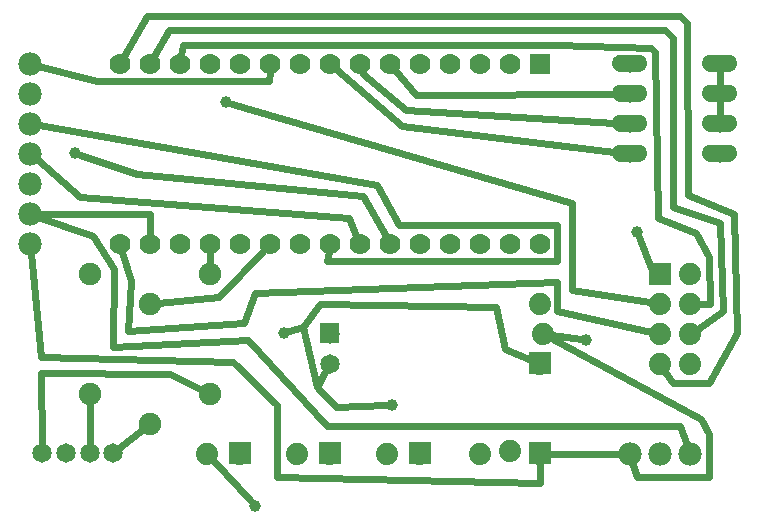
<source format=gbl>
G04 MADE WITH FRITZING*
G04 WWW.FRITZING.ORG*
G04 DOUBLE SIDED*
G04 HOLES PLATED*
G04 CONTOUR ON CENTER OF CONTOUR VECTOR*
%ASAXBY*%
%FSLAX23Y23*%
%MOIN*%
%OFA0B0*%
%SFA1.0B1.0*%
%ADD10C,0.075000*%
%ADD11C,0.039370*%
%ADD12C,0.074000*%
%ADD13C,0.065000*%
%ADD14C,0.058189*%
%ADD15C,0.078000*%
%ADD16C,0.070000*%
%ADD17R,0.074000X0.074000*%
%ADD18R,0.070000X0.069972*%
%ADD19C,0.024000*%
%ADD20R,0.001000X0.001000*%
%LNCOPPER0*%
G90*
G70*
G54D10*
X740Y824D03*
X740Y424D03*
X540Y724D03*
X540Y324D03*
X340Y824D03*
X340Y424D03*
G54D11*
X291Y1227D03*
X1995Y603D03*
X795Y1395D03*
X2163Y963D03*
X987Y627D03*
X1347Y387D03*
X891Y51D03*
G54D12*
X2340Y824D03*
X2340Y724D03*
X2340Y624D03*
X2340Y524D03*
X2240Y824D03*
X2240Y724D03*
X2240Y624D03*
X2240Y524D03*
G54D13*
X182Y228D03*
X261Y228D03*
X340Y228D03*
X419Y228D03*
G54D14*
X2140Y1524D03*
X2140Y1424D03*
X2140Y1324D03*
X2140Y1224D03*
X2440Y1224D03*
X2440Y1324D03*
X2440Y1424D03*
X2440Y1524D03*
G54D12*
X1140Y224D03*
X1030Y224D03*
X840Y224D03*
X730Y224D03*
X1440Y224D03*
X1330Y224D03*
G54D15*
X2340Y224D03*
X2240Y224D03*
X2140Y224D03*
G54D12*
X1840Y224D03*
X1740Y234D03*
X1640Y224D03*
G54D13*
X1140Y524D03*
X1140Y624D03*
G54D12*
X1840Y524D03*
X1850Y624D03*
X1840Y724D03*
G54D15*
X140Y1524D03*
X140Y1424D03*
X140Y1324D03*
X140Y1224D03*
X140Y1124D03*
X140Y1024D03*
X140Y924D03*
G54D16*
X1840Y1524D03*
X1740Y1524D03*
X1640Y1524D03*
X1540Y1524D03*
X1440Y1524D03*
X1340Y1524D03*
X1240Y1524D03*
X1140Y1524D03*
X1040Y1524D03*
X940Y1524D03*
X840Y1524D03*
X740Y1524D03*
X640Y1524D03*
X540Y1524D03*
X440Y1524D03*
X1840Y924D03*
X1740Y924D03*
X1640Y924D03*
X1540Y924D03*
X1440Y924D03*
X1340Y924D03*
X1240Y924D03*
X1140Y924D03*
X1040Y924D03*
X940Y924D03*
X840Y924D03*
X740Y924D03*
X640Y924D03*
X540Y924D03*
X440Y924D03*
G54D17*
X2240Y824D03*
G54D18*
X1840Y1524D03*
G54D19*
X437Y242D02*
X518Y307D01*
D02*
X740Y895D02*
X740Y853D01*
D02*
X340Y251D02*
X340Y396D01*
D02*
X1359Y1502D02*
X1427Y1419D01*
D02*
X1427Y1419D02*
X2087Y1424D01*
D02*
X569Y727D02*
X771Y747D01*
D02*
X771Y747D02*
X920Y903D01*
D02*
X940Y1495D02*
X939Y1467D01*
D02*
X939Y1467D02*
X363Y1467D01*
D02*
X363Y1467D02*
X169Y1517D01*
D02*
X182Y251D02*
X179Y493D01*
D02*
X179Y493D02*
X608Y489D01*
D02*
X608Y489D02*
X714Y437D01*
D02*
X1249Y1497D02*
X1251Y1491D01*
D02*
X1251Y1491D02*
X1395Y1371D01*
D02*
X1395Y1371D02*
X2087Y1328D01*
D02*
X1162Y1505D02*
X1380Y1318D01*
D02*
X1380Y1318D02*
X2087Y1231D01*
D02*
X1229Y951D02*
X1203Y1011D01*
D02*
X1203Y1011D02*
X309Y1079D01*
D02*
X309Y1079D02*
X163Y1205D01*
D02*
X1326Y950D02*
X1251Y1083D01*
D02*
X1251Y1083D02*
X497Y1157D01*
D02*
X497Y1157D02*
X309Y1221D01*
D02*
X449Y897D02*
X478Y801D01*
D02*
X478Y801D02*
X466Y633D01*
D02*
X466Y633D02*
X853Y661D01*
D02*
X853Y661D02*
X891Y759D01*
D02*
X891Y759D02*
X1899Y795D01*
D02*
X1899Y795D02*
X1899Y699D01*
D02*
X1899Y699D02*
X2210Y631D01*
D02*
X2330Y253D02*
X2307Y315D01*
D02*
X2307Y315D02*
X1131Y315D01*
D02*
X1131Y315D02*
X867Y603D01*
D02*
X867Y603D02*
X417Y581D01*
D02*
X417Y581D02*
X421Y840D01*
D02*
X421Y840D02*
X351Y950D01*
D02*
X351Y950D02*
X169Y1014D01*
D02*
X170Y1319D02*
X1299Y1119D01*
D02*
X1299Y1119D02*
X1371Y987D01*
D02*
X1371Y987D02*
X1899Y987D01*
D02*
X1899Y987D02*
X1899Y867D01*
D02*
X1899Y867D02*
X1131Y867D01*
D02*
X1131Y867D02*
X1136Y896D01*
D02*
X2110Y224D02*
X1871Y224D01*
D02*
X1877Y610D02*
X2379Y339D01*
D02*
X2379Y339D02*
X2403Y291D01*
D02*
X2403Y291D02*
X2403Y147D01*
D02*
X2403Y147D02*
X2163Y147D01*
D02*
X2163Y147D02*
X2149Y195D01*
D02*
X1976Y606D02*
X1881Y620D01*
D02*
X143Y894D02*
X176Y545D01*
D02*
X176Y545D02*
X819Y531D01*
D02*
X819Y531D02*
X963Y387D01*
D02*
X963Y387D02*
X963Y147D01*
D02*
X963Y147D02*
X1840Y125D01*
D02*
X1840Y125D02*
X1840Y193D01*
D02*
X2209Y729D02*
X1947Y771D01*
D02*
X1947Y771D02*
X1947Y1059D01*
D02*
X1947Y1059D02*
X813Y1389D01*
D02*
X2371Y724D02*
X2407Y723D01*
D02*
X2403Y881D02*
X2360Y960D01*
D02*
X2407Y723D02*
X2403Y881D01*
D02*
X2360Y960D02*
X2234Y1010D01*
D02*
X2234Y1010D02*
X2223Y1563D01*
D02*
X2223Y1563D02*
X2211Y1575D01*
D02*
X2211Y1575D02*
X1899Y1587D01*
D02*
X1899Y1587D02*
X651Y1587D01*
D02*
X651Y1587D02*
X645Y1553D01*
D02*
X2366Y641D02*
X2452Y699D01*
D02*
X2452Y699D02*
X2442Y992D01*
D02*
X2442Y992D02*
X2284Y1045D01*
D02*
X2284Y1045D02*
X2283Y1611D01*
D02*
X2283Y1611D02*
X2259Y1635D01*
D02*
X2259Y1635D02*
X603Y1635D01*
D02*
X603Y1635D02*
X555Y1550D01*
D02*
X2257Y498D02*
X2283Y459D01*
D02*
X2283Y459D02*
X2403Y459D01*
D02*
X2403Y459D02*
X2499Y627D01*
D02*
X2499Y627D02*
X2487Y1022D01*
D02*
X2487Y1022D02*
X2335Y1086D01*
D02*
X2335Y1086D02*
X2331Y1659D01*
D02*
X2331Y1659D02*
X2307Y1683D01*
D02*
X2307Y1683D02*
X531Y1683D01*
D02*
X531Y1683D02*
X455Y1550D01*
D02*
X2440Y1401D02*
X2440Y1348D01*
D02*
X2440Y1501D02*
X2440Y1448D01*
D02*
X2214Y841D02*
X2211Y843D01*
D02*
X2211Y843D02*
X2170Y945D01*
D02*
X1812Y537D02*
X1725Y573D01*
D02*
X1694Y712D02*
X1107Y722D01*
D02*
X1725Y573D02*
X1694Y712D01*
D02*
X1107Y722D02*
X1050Y648D01*
D02*
X1050Y648D02*
X1005Y633D01*
D02*
X1162Y380D02*
X1097Y445D01*
D02*
X1328Y386D02*
X1162Y380D01*
D02*
X1097Y445D02*
X1050Y648D01*
D02*
X1128Y502D02*
X1097Y445D01*
D02*
X751Y202D02*
X878Y65D01*
D02*
X170Y1024D02*
X540Y1024D01*
D02*
X540Y1024D02*
X540Y953D01*
G54D20*
X2107Y1554D02*
X2172Y1554D01*
X2407Y1554D02*
X2471Y1554D01*
X2102Y1553D02*
X2176Y1553D01*
X2402Y1553D02*
X2476Y1553D01*
X2099Y1552D02*
X2179Y1552D01*
X2399Y1552D02*
X2479Y1552D01*
X2097Y1551D02*
X2181Y1551D01*
X2397Y1551D02*
X2481Y1551D01*
X2095Y1550D02*
X2183Y1550D01*
X2395Y1550D02*
X2483Y1550D01*
X2094Y1549D02*
X2184Y1549D01*
X2394Y1549D02*
X2484Y1549D01*
X2093Y1548D02*
X2186Y1548D01*
X2392Y1548D02*
X2486Y1548D01*
X2091Y1547D02*
X2187Y1547D01*
X2391Y1547D02*
X2487Y1547D01*
X2090Y1546D02*
X2188Y1546D01*
X2390Y1546D02*
X2488Y1546D01*
X2089Y1545D02*
X2189Y1545D01*
X2389Y1545D02*
X2489Y1545D01*
X2088Y1544D02*
X2136Y1544D01*
X2142Y1544D02*
X2190Y1544D01*
X2388Y1544D02*
X2436Y1544D01*
X2442Y1544D02*
X2490Y1544D01*
X2088Y1543D02*
X2132Y1543D01*
X2146Y1543D02*
X2191Y1543D01*
X2387Y1543D02*
X2432Y1543D01*
X2446Y1543D02*
X2491Y1543D01*
X2087Y1542D02*
X2130Y1542D01*
X2148Y1542D02*
X2191Y1542D01*
X2387Y1542D02*
X2430Y1542D01*
X2448Y1542D02*
X2491Y1542D01*
X2086Y1541D02*
X2128Y1541D01*
X2150Y1541D02*
X2192Y1541D01*
X2386Y1541D02*
X2428Y1541D01*
X2450Y1541D02*
X2492Y1541D01*
X2086Y1540D02*
X2127Y1540D01*
X2152Y1540D02*
X2193Y1540D01*
X2385Y1540D02*
X2427Y1540D01*
X2451Y1540D02*
X2493Y1540D01*
X2085Y1539D02*
X2125Y1539D01*
X2153Y1539D02*
X2193Y1539D01*
X2385Y1539D02*
X2425Y1539D01*
X2453Y1539D02*
X2493Y1539D01*
X2084Y1538D02*
X2125Y1538D01*
X2154Y1538D02*
X2194Y1538D01*
X2384Y1538D02*
X2424Y1538D01*
X2454Y1538D02*
X2494Y1538D01*
X2084Y1537D02*
X2124Y1537D01*
X2155Y1537D02*
X2194Y1537D01*
X2384Y1537D02*
X2424Y1537D01*
X2454Y1537D02*
X2494Y1537D01*
X2084Y1536D02*
X2123Y1536D01*
X2155Y1536D02*
X2195Y1536D01*
X2383Y1536D02*
X2423Y1536D01*
X2455Y1536D02*
X2495Y1536D01*
X2083Y1535D02*
X2122Y1535D01*
X2156Y1535D02*
X2195Y1535D01*
X2383Y1535D02*
X2422Y1535D01*
X2456Y1535D02*
X2495Y1535D01*
X2083Y1534D02*
X2122Y1534D01*
X2156Y1534D02*
X2195Y1534D01*
X2383Y1534D02*
X2422Y1534D01*
X2456Y1534D02*
X2495Y1534D01*
X2083Y1533D02*
X2121Y1533D01*
X2157Y1533D02*
X2196Y1533D01*
X2382Y1533D02*
X2421Y1533D01*
X2457Y1533D02*
X2496Y1533D01*
X2082Y1532D02*
X2121Y1532D01*
X2157Y1532D02*
X2196Y1532D01*
X2382Y1532D02*
X2421Y1532D01*
X2457Y1532D02*
X2496Y1532D01*
X2082Y1531D02*
X2121Y1531D01*
X2158Y1531D02*
X2196Y1531D01*
X2382Y1531D02*
X2420Y1531D01*
X2458Y1531D02*
X2496Y1531D01*
X2082Y1530D02*
X2120Y1530D01*
X2158Y1530D02*
X2196Y1530D01*
X2382Y1530D02*
X2420Y1530D01*
X2458Y1530D02*
X2496Y1530D01*
X2082Y1529D02*
X2120Y1529D01*
X2158Y1529D02*
X2197Y1529D01*
X2382Y1529D02*
X2420Y1529D01*
X2458Y1529D02*
X2496Y1529D01*
X2082Y1528D02*
X2120Y1528D01*
X2158Y1528D02*
X2197Y1528D01*
X2382Y1528D02*
X2420Y1528D01*
X2458Y1528D02*
X2497Y1528D01*
X2082Y1527D02*
X2120Y1527D01*
X2159Y1527D02*
X2197Y1527D01*
X2381Y1527D02*
X2420Y1527D01*
X2458Y1527D02*
X2497Y1527D01*
X2081Y1526D02*
X2120Y1526D01*
X2159Y1526D02*
X2197Y1526D01*
X2381Y1526D02*
X2420Y1526D01*
X2459Y1526D02*
X2497Y1526D01*
X2081Y1525D02*
X2120Y1525D01*
X2159Y1525D02*
X2197Y1525D01*
X2381Y1525D02*
X2419Y1525D01*
X2459Y1525D02*
X2497Y1525D01*
X2081Y1524D02*
X2120Y1524D01*
X2159Y1524D02*
X2197Y1524D01*
X2381Y1524D02*
X2420Y1524D01*
X2459Y1524D02*
X2497Y1524D01*
X2082Y1523D02*
X2120Y1523D01*
X2158Y1523D02*
X2197Y1523D01*
X2381Y1523D02*
X2420Y1523D01*
X2458Y1523D02*
X2497Y1523D01*
X2082Y1522D02*
X2120Y1522D01*
X2158Y1522D02*
X2197Y1522D01*
X2382Y1522D02*
X2420Y1522D01*
X2458Y1522D02*
X2497Y1522D01*
X2082Y1521D02*
X2120Y1521D01*
X2158Y1521D02*
X2196Y1521D01*
X2382Y1521D02*
X2420Y1521D01*
X2458Y1521D02*
X2496Y1521D01*
X2082Y1520D02*
X2120Y1520D01*
X2158Y1520D02*
X2196Y1520D01*
X2382Y1520D02*
X2420Y1520D01*
X2458Y1520D02*
X2496Y1520D01*
X2082Y1519D02*
X2121Y1519D01*
X2158Y1519D02*
X2196Y1519D01*
X2382Y1519D02*
X2421Y1519D01*
X2458Y1519D02*
X2496Y1519D01*
X2082Y1518D02*
X2121Y1518D01*
X2157Y1518D02*
X2196Y1518D01*
X2382Y1518D02*
X2421Y1518D01*
X2457Y1518D02*
X2496Y1518D01*
X2083Y1517D02*
X2121Y1517D01*
X2157Y1517D02*
X2196Y1517D01*
X2383Y1517D02*
X2421Y1517D01*
X2457Y1517D02*
X2496Y1517D01*
X2083Y1516D02*
X2122Y1516D01*
X2156Y1516D02*
X2195Y1516D01*
X2383Y1516D02*
X2422Y1516D01*
X2456Y1516D02*
X2495Y1516D01*
X2083Y1515D02*
X2123Y1515D01*
X2156Y1515D02*
X2195Y1515D01*
X2383Y1515D02*
X2422Y1515D01*
X2456Y1515D02*
X2495Y1515D01*
X2084Y1514D02*
X2123Y1514D01*
X2155Y1514D02*
X2195Y1514D01*
X2384Y1514D02*
X2423Y1514D01*
X2455Y1514D02*
X2494Y1514D01*
X2084Y1513D02*
X2124Y1513D01*
X2154Y1513D02*
X2194Y1513D01*
X2384Y1513D02*
X2424Y1513D01*
X2454Y1513D02*
X2494Y1513D01*
X2085Y1512D02*
X2125Y1512D01*
X2153Y1512D02*
X2194Y1512D01*
X2385Y1512D02*
X2425Y1512D01*
X2453Y1512D02*
X2494Y1512D01*
X2085Y1511D02*
X2126Y1511D01*
X2152Y1511D02*
X2193Y1511D01*
X2385Y1511D02*
X2426Y1511D01*
X2452Y1511D02*
X2493Y1511D01*
X2086Y1510D02*
X2127Y1510D01*
X2151Y1510D02*
X2192Y1510D01*
X2386Y1510D02*
X2427Y1510D01*
X2451Y1510D02*
X2492Y1510D01*
X2086Y1509D02*
X2129Y1509D01*
X2150Y1509D02*
X2192Y1509D01*
X2386Y1509D02*
X2429Y1509D01*
X2450Y1509D02*
X2492Y1509D01*
X2087Y1508D02*
X2130Y1508D01*
X2148Y1508D02*
X2191Y1508D01*
X2387Y1508D02*
X2430Y1508D01*
X2448Y1508D02*
X2491Y1508D01*
X2088Y1507D02*
X2133Y1507D01*
X2145Y1507D02*
X2190Y1507D01*
X2388Y1507D02*
X2433Y1507D01*
X2445Y1507D02*
X2490Y1507D01*
X2089Y1506D02*
X2190Y1506D01*
X2389Y1506D02*
X2489Y1506D01*
X2090Y1505D02*
X2189Y1505D01*
X2390Y1505D02*
X2489Y1505D01*
X2091Y1504D02*
X2188Y1504D01*
X2391Y1504D02*
X2487Y1504D01*
X2092Y1503D02*
X2186Y1503D01*
X2392Y1503D02*
X2486Y1503D01*
X2093Y1502D02*
X2185Y1502D01*
X2393Y1502D02*
X2485Y1502D01*
X2094Y1501D02*
X2184Y1501D01*
X2394Y1501D02*
X2484Y1501D01*
X2096Y1500D02*
X2182Y1500D01*
X2396Y1500D02*
X2482Y1500D01*
X2098Y1499D02*
X2180Y1499D01*
X2398Y1499D02*
X2480Y1499D01*
X2100Y1498D02*
X2178Y1498D01*
X2400Y1498D02*
X2478Y1498D01*
X2104Y1497D02*
X2175Y1497D01*
X2403Y1497D02*
X2475Y1497D01*
X2106Y1454D02*
X2172Y1454D01*
X2406Y1454D02*
X2472Y1454D01*
X2102Y1453D02*
X2176Y1453D01*
X2402Y1453D02*
X2476Y1453D01*
X2099Y1452D02*
X2179Y1452D01*
X2399Y1452D02*
X2479Y1452D01*
X2097Y1451D02*
X2181Y1451D01*
X2397Y1451D02*
X2481Y1451D01*
X2095Y1450D02*
X2183Y1450D01*
X2395Y1450D02*
X2483Y1450D01*
X2094Y1449D02*
X2184Y1449D01*
X2394Y1449D02*
X2484Y1449D01*
X2092Y1448D02*
X2186Y1448D01*
X2392Y1448D02*
X2486Y1448D01*
X2091Y1447D02*
X2187Y1447D01*
X2391Y1447D02*
X2487Y1447D01*
X2090Y1446D02*
X2188Y1446D01*
X2390Y1446D02*
X2488Y1446D01*
X2089Y1445D02*
X2189Y1445D01*
X2389Y1445D02*
X2489Y1445D01*
X2088Y1444D02*
X2135Y1444D01*
X2143Y1444D02*
X2190Y1444D01*
X2388Y1444D02*
X2435Y1444D01*
X2443Y1444D02*
X2490Y1444D01*
X2088Y1443D02*
X2132Y1443D01*
X2146Y1443D02*
X2191Y1443D01*
X2387Y1443D02*
X2432Y1443D01*
X2446Y1443D02*
X2491Y1443D01*
X2087Y1442D02*
X2130Y1442D01*
X2149Y1442D02*
X2191Y1442D01*
X2387Y1442D02*
X2430Y1442D01*
X2448Y1442D02*
X2491Y1442D01*
X2086Y1441D02*
X2128Y1441D01*
X2150Y1441D02*
X2192Y1441D01*
X2386Y1441D02*
X2428Y1441D01*
X2450Y1441D02*
X2492Y1441D01*
X2085Y1440D02*
X2127Y1440D01*
X2152Y1440D02*
X2193Y1440D01*
X2385Y1440D02*
X2427Y1440D01*
X2452Y1440D02*
X2493Y1440D01*
X2085Y1439D02*
X2125Y1439D01*
X2153Y1439D02*
X2193Y1439D01*
X2385Y1439D02*
X2425Y1439D01*
X2453Y1439D02*
X2493Y1439D01*
X2084Y1438D02*
X2125Y1438D01*
X2154Y1438D02*
X2194Y1438D01*
X2384Y1438D02*
X2424Y1438D01*
X2454Y1438D02*
X2494Y1438D01*
X2084Y1437D02*
X2124Y1437D01*
X2155Y1437D02*
X2194Y1437D01*
X2384Y1437D02*
X2424Y1437D01*
X2454Y1437D02*
X2494Y1437D01*
X2084Y1436D02*
X2123Y1436D01*
X2155Y1436D02*
X2195Y1436D01*
X2383Y1436D02*
X2423Y1436D01*
X2455Y1436D02*
X2495Y1436D01*
X2083Y1435D02*
X2122Y1435D01*
X2156Y1435D02*
X2195Y1435D01*
X2383Y1435D02*
X2422Y1435D01*
X2456Y1435D02*
X2495Y1435D01*
X2083Y1434D02*
X2122Y1434D01*
X2156Y1434D02*
X2195Y1434D01*
X2383Y1434D02*
X2422Y1434D01*
X2456Y1434D02*
X2495Y1434D01*
X2083Y1433D02*
X2121Y1433D01*
X2157Y1433D02*
X2196Y1433D01*
X2382Y1433D02*
X2421Y1433D01*
X2457Y1433D02*
X2496Y1433D01*
X2082Y1432D02*
X2121Y1432D01*
X2157Y1432D02*
X2196Y1432D01*
X2382Y1432D02*
X2421Y1432D01*
X2457Y1432D02*
X2496Y1432D01*
X2082Y1431D02*
X2121Y1431D01*
X2158Y1431D02*
X2196Y1431D01*
X2382Y1431D02*
X2420Y1431D01*
X2458Y1431D02*
X2496Y1431D01*
X2082Y1430D02*
X2120Y1430D01*
X2158Y1430D02*
X2196Y1430D01*
X2382Y1430D02*
X2420Y1430D01*
X2458Y1430D02*
X2496Y1430D01*
X2082Y1429D02*
X2120Y1429D01*
X2158Y1429D02*
X2197Y1429D01*
X2382Y1429D02*
X2420Y1429D01*
X2458Y1429D02*
X2496Y1429D01*
X2082Y1428D02*
X2120Y1428D01*
X2158Y1428D02*
X2197Y1428D01*
X2382Y1428D02*
X2420Y1428D01*
X2458Y1428D02*
X2497Y1428D01*
X2082Y1427D02*
X2120Y1427D01*
X2159Y1427D02*
X2197Y1427D01*
X2381Y1427D02*
X2420Y1427D01*
X2458Y1427D02*
X2497Y1427D01*
X2081Y1426D02*
X2120Y1426D01*
X2159Y1426D02*
X2197Y1426D01*
X2381Y1426D02*
X2420Y1426D01*
X2459Y1426D02*
X2497Y1426D01*
X2081Y1425D02*
X2120Y1425D01*
X2159Y1425D02*
X2197Y1425D01*
X2381Y1425D02*
X2419Y1425D01*
X2459Y1425D02*
X2497Y1425D01*
X2081Y1424D02*
X2120Y1424D01*
X2159Y1424D02*
X2197Y1424D01*
X2381Y1424D02*
X2420Y1424D01*
X2459Y1424D02*
X2497Y1424D01*
X2082Y1423D02*
X2120Y1423D01*
X2158Y1423D02*
X2197Y1423D01*
X2381Y1423D02*
X2420Y1423D01*
X2458Y1423D02*
X2497Y1423D01*
X2082Y1422D02*
X2120Y1422D01*
X2158Y1422D02*
X2197Y1422D01*
X2382Y1422D02*
X2420Y1422D01*
X2458Y1422D02*
X2497Y1422D01*
X2082Y1421D02*
X2120Y1421D01*
X2158Y1421D02*
X2196Y1421D01*
X2382Y1421D02*
X2420Y1421D01*
X2458Y1421D02*
X2496Y1421D01*
X2082Y1420D02*
X2120Y1420D01*
X2158Y1420D02*
X2196Y1420D01*
X2382Y1420D02*
X2420Y1420D01*
X2458Y1420D02*
X2496Y1420D01*
X2082Y1419D02*
X2121Y1419D01*
X2158Y1419D02*
X2196Y1419D01*
X2382Y1419D02*
X2421Y1419D01*
X2458Y1419D02*
X2496Y1419D01*
X2082Y1418D02*
X2121Y1418D01*
X2157Y1418D02*
X2196Y1418D01*
X2382Y1418D02*
X2421Y1418D01*
X2457Y1418D02*
X2496Y1418D01*
X2083Y1417D02*
X2121Y1417D01*
X2157Y1417D02*
X2196Y1417D01*
X2383Y1417D02*
X2421Y1417D01*
X2457Y1417D02*
X2496Y1417D01*
X2083Y1416D02*
X2122Y1416D01*
X2156Y1416D02*
X2195Y1416D01*
X2383Y1416D02*
X2422Y1416D01*
X2456Y1416D02*
X2495Y1416D01*
X2083Y1415D02*
X2123Y1415D01*
X2156Y1415D02*
X2195Y1415D01*
X2383Y1415D02*
X2422Y1415D01*
X2456Y1415D02*
X2495Y1415D01*
X2084Y1414D02*
X2123Y1414D01*
X2155Y1414D02*
X2195Y1414D01*
X2384Y1414D02*
X2423Y1414D01*
X2455Y1414D02*
X2494Y1414D01*
X2084Y1413D02*
X2124Y1413D01*
X2154Y1413D02*
X2194Y1413D01*
X2384Y1413D02*
X2424Y1413D01*
X2454Y1413D02*
X2494Y1413D01*
X2085Y1412D02*
X2125Y1412D01*
X2153Y1412D02*
X2194Y1412D01*
X2385Y1412D02*
X2425Y1412D01*
X2453Y1412D02*
X2494Y1412D01*
X2085Y1411D02*
X2126Y1411D01*
X2152Y1411D02*
X2193Y1411D01*
X2385Y1411D02*
X2426Y1411D01*
X2452Y1411D02*
X2493Y1411D01*
X2086Y1410D02*
X2127Y1410D01*
X2151Y1410D02*
X2192Y1410D01*
X2386Y1410D02*
X2427Y1410D01*
X2451Y1410D02*
X2492Y1410D01*
X2086Y1409D02*
X2129Y1409D01*
X2150Y1409D02*
X2192Y1409D01*
X2386Y1409D02*
X2429Y1409D01*
X2449Y1409D02*
X2492Y1409D01*
X2087Y1408D02*
X2131Y1408D01*
X2148Y1408D02*
X2191Y1408D01*
X2387Y1408D02*
X2430Y1408D01*
X2448Y1408D02*
X2491Y1408D01*
X2088Y1407D02*
X2133Y1407D01*
X2145Y1407D02*
X2190Y1407D01*
X2388Y1407D02*
X2433Y1407D01*
X2445Y1407D02*
X2490Y1407D01*
X2089Y1406D02*
X2189Y1406D01*
X2389Y1406D02*
X2489Y1406D01*
X2090Y1405D02*
X2189Y1405D01*
X2390Y1405D02*
X2489Y1405D01*
X2091Y1404D02*
X2188Y1404D01*
X2391Y1404D02*
X2487Y1404D01*
X2092Y1403D02*
X2186Y1403D01*
X2392Y1403D02*
X2486Y1403D01*
X2093Y1402D02*
X2185Y1402D01*
X2393Y1402D02*
X2485Y1402D01*
X2094Y1401D02*
X2184Y1401D01*
X2394Y1401D02*
X2484Y1401D01*
X2096Y1400D02*
X2182Y1400D01*
X2396Y1400D02*
X2482Y1400D01*
X2098Y1399D02*
X2180Y1399D01*
X2398Y1399D02*
X2480Y1399D01*
X2100Y1398D02*
X2178Y1398D01*
X2400Y1398D02*
X2478Y1398D01*
X2104Y1397D02*
X2175Y1397D01*
X2404Y1397D02*
X2474Y1397D01*
X2106Y1354D02*
X2172Y1354D01*
X2406Y1354D02*
X2472Y1354D01*
X2102Y1353D02*
X2177Y1353D01*
X2402Y1353D02*
X2476Y1353D01*
X2099Y1352D02*
X2179Y1352D01*
X2399Y1352D02*
X2479Y1352D01*
X2097Y1351D02*
X2181Y1351D01*
X2397Y1351D02*
X2481Y1351D01*
X2095Y1350D02*
X2183Y1350D01*
X2395Y1350D02*
X2483Y1350D01*
X2094Y1349D02*
X2184Y1349D01*
X2394Y1349D02*
X2484Y1349D01*
X2092Y1348D02*
X2186Y1348D01*
X2392Y1348D02*
X2486Y1348D01*
X2091Y1347D02*
X2187Y1347D01*
X2391Y1347D02*
X2487Y1347D01*
X2090Y1346D02*
X2188Y1346D01*
X2390Y1346D02*
X2488Y1346D01*
X2089Y1345D02*
X2189Y1345D01*
X2389Y1345D02*
X2489Y1345D01*
X2088Y1344D02*
X2135Y1344D01*
X2143Y1344D02*
X2190Y1344D01*
X2388Y1344D02*
X2435Y1344D01*
X2443Y1344D02*
X2490Y1344D01*
X2087Y1343D02*
X2132Y1343D01*
X2147Y1343D02*
X2191Y1343D01*
X2387Y1343D02*
X2432Y1343D01*
X2447Y1343D02*
X2491Y1343D01*
X2087Y1342D02*
X2130Y1342D01*
X2149Y1342D02*
X2191Y1342D01*
X2387Y1342D02*
X2430Y1342D01*
X2449Y1342D02*
X2491Y1342D01*
X2086Y1341D02*
X2128Y1341D01*
X2150Y1341D02*
X2192Y1341D01*
X2386Y1341D02*
X2428Y1341D01*
X2450Y1341D02*
X2492Y1341D01*
X2085Y1340D02*
X2127Y1340D01*
X2152Y1340D02*
X2193Y1340D01*
X2385Y1340D02*
X2427Y1340D01*
X2452Y1340D02*
X2493Y1340D01*
X2085Y1339D02*
X2125Y1339D01*
X2153Y1339D02*
X2193Y1339D01*
X2385Y1339D02*
X2425Y1339D01*
X2453Y1339D02*
X2493Y1339D01*
X2084Y1338D02*
X2124Y1338D01*
X2154Y1338D02*
X2194Y1338D01*
X2384Y1338D02*
X2424Y1338D01*
X2454Y1338D02*
X2494Y1338D01*
X2084Y1337D02*
X2124Y1337D01*
X2155Y1337D02*
X2194Y1337D01*
X2384Y1337D02*
X2424Y1337D01*
X2455Y1337D02*
X2494Y1337D01*
X2084Y1336D02*
X2123Y1336D01*
X2155Y1336D02*
X2195Y1336D01*
X2383Y1336D02*
X2423Y1336D01*
X2455Y1336D02*
X2495Y1336D01*
X2083Y1335D02*
X2122Y1335D01*
X2156Y1335D02*
X2195Y1335D01*
X2383Y1335D02*
X2422Y1335D01*
X2456Y1335D02*
X2495Y1335D01*
X2083Y1334D02*
X2122Y1334D01*
X2157Y1334D02*
X2195Y1334D01*
X2383Y1334D02*
X2422Y1334D01*
X2456Y1334D02*
X2495Y1334D01*
X2083Y1333D02*
X2121Y1333D01*
X2157Y1333D02*
X2196Y1333D01*
X2382Y1333D02*
X2421Y1333D01*
X2457Y1333D02*
X2496Y1333D01*
X2082Y1332D02*
X2121Y1332D01*
X2157Y1332D02*
X2196Y1332D01*
X2382Y1332D02*
X2421Y1332D01*
X2457Y1332D02*
X2496Y1332D01*
X2082Y1331D02*
X2121Y1331D01*
X2158Y1331D02*
X2196Y1331D01*
X2382Y1331D02*
X2420Y1331D01*
X2458Y1331D02*
X2496Y1331D01*
X2082Y1330D02*
X2120Y1330D01*
X2158Y1330D02*
X2196Y1330D01*
X2382Y1330D02*
X2420Y1330D01*
X2458Y1330D02*
X2496Y1330D01*
X2082Y1329D02*
X2120Y1329D01*
X2158Y1329D02*
X2197Y1329D01*
X2382Y1329D02*
X2420Y1329D01*
X2458Y1329D02*
X2496Y1329D01*
X2082Y1328D02*
X2120Y1328D01*
X2158Y1328D02*
X2197Y1328D01*
X2382Y1328D02*
X2420Y1328D01*
X2458Y1328D02*
X2497Y1328D01*
X2082Y1327D02*
X2120Y1327D01*
X2159Y1327D02*
X2197Y1327D01*
X2381Y1327D02*
X2420Y1327D01*
X2458Y1327D02*
X2497Y1327D01*
X2081Y1326D02*
X2120Y1326D01*
X2159Y1326D02*
X2197Y1326D01*
X2381Y1326D02*
X2420Y1326D01*
X2459Y1326D02*
X2497Y1326D01*
X2081Y1325D02*
X2120Y1325D01*
X2159Y1325D02*
X2197Y1325D01*
X2381Y1325D02*
X2419Y1325D01*
X2459Y1325D02*
X2497Y1325D01*
X2082Y1324D02*
X2120Y1324D01*
X2159Y1324D02*
X2197Y1324D01*
X2381Y1324D02*
X2420Y1324D01*
X2459Y1324D02*
X2497Y1324D01*
X2082Y1323D02*
X2120Y1323D01*
X2158Y1323D02*
X2197Y1323D01*
X2381Y1323D02*
X2420Y1323D01*
X2458Y1323D02*
X2497Y1323D01*
X2082Y1322D02*
X2120Y1322D01*
X2158Y1322D02*
X2197Y1322D01*
X2382Y1322D02*
X2420Y1322D01*
X2458Y1322D02*
X2497Y1322D01*
X2082Y1321D02*
X2120Y1321D01*
X2158Y1321D02*
X2196Y1321D01*
X2382Y1321D02*
X2420Y1321D01*
X2458Y1321D02*
X2496Y1321D01*
X2082Y1320D02*
X2120Y1320D01*
X2158Y1320D02*
X2196Y1320D01*
X2382Y1320D02*
X2420Y1320D01*
X2458Y1320D02*
X2496Y1320D01*
X2082Y1319D02*
X2121Y1319D01*
X2158Y1319D02*
X2196Y1319D01*
X2382Y1319D02*
X2421Y1319D01*
X2457Y1319D02*
X2496Y1319D01*
X2082Y1318D02*
X2121Y1318D01*
X2157Y1318D02*
X2196Y1318D01*
X2382Y1318D02*
X2421Y1318D01*
X2457Y1318D02*
X2496Y1318D01*
X2083Y1317D02*
X2121Y1317D01*
X2157Y1317D02*
X2196Y1317D01*
X2383Y1317D02*
X2421Y1317D01*
X2457Y1317D02*
X2496Y1317D01*
X2083Y1316D02*
X2122Y1316D01*
X2156Y1316D02*
X2195Y1316D01*
X2383Y1316D02*
X2422Y1316D01*
X2456Y1316D02*
X2495Y1316D01*
X2083Y1315D02*
X2123Y1315D01*
X2156Y1315D02*
X2195Y1315D01*
X2383Y1315D02*
X2423Y1315D01*
X2456Y1315D02*
X2495Y1315D01*
X2084Y1314D02*
X2123Y1314D01*
X2155Y1314D02*
X2195Y1314D01*
X2384Y1314D02*
X2423Y1314D01*
X2455Y1314D02*
X2494Y1314D01*
X2084Y1313D02*
X2124Y1313D01*
X2154Y1313D02*
X2194Y1313D01*
X2384Y1313D02*
X2424Y1313D01*
X2454Y1313D02*
X2494Y1313D01*
X2085Y1312D02*
X2125Y1312D01*
X2153Y1312D02*
X2194Y1312D01*
X2385Y1312D02*
X2425Y1312D01*
X2453Y1312D02*
X2493Y1312D01*
X2085Y1311D02*
X2126Y1311D01*
X2152Y1311D02*
X2193Y1311D01*
X2385Y1311D02*
X2426Y1311D01*
X2452Y1311D02*
X2493Y1311D01*
X2086Y1310D02*
X2127Y1310D01*
X2151Y1310D02*
X2192Y1310D01*
X2386Y1310D02*
X2427Y1310D01*
X2451Y1310D02*
X2492Y1310D01*
X2086Y1309D02*
X2129Y1309D01*
X2149Y1309D02*
X2192Y1309D01*
X2386Y1309D02*
X2429Y1309D01*
X2449Y1309D02*
X2492Y1309D01*
X2087Y1308D02*
X2131Y1308D01*
X2148Y1308D02*
X2191Y1308D01*
X2387Y1308D02*
X2431Y1308D01*
X2448Y1308D02*
X2491Y1308D01*
X2088Y1307D02*
X2133Y1307D01*
X2145Y1307D02*
X2190Y1307D01*
X2388Y1307D02*
X2433Y1307D01*
X2445Y1307D02*
X2490Y1307D01*
X2089Y1306D02*
X2189Y1306D01*
X2389Y1306D02*
X2489Y1306D01*
X2090Y1305D02*
X2189Y1305D01*
X2390Y1305D02*
X2488Y1305D01*
X2091Y1304D02*
X2187Y1304D01*
X2391Y1304D02*
X2487Y1304D01*
X2092Y1303D02*
X2186Y1303D01*
X2392Y1303D02*
X2486Y1303D01*
X2093Y1302D02*
X2185Y1302D01*
X2393Y1302D02*
X2485Y1302D01*
X2095Y1301D02*
X2184Y1301D01*
X2394Y1301D02*
X2484Y1301D01*
X2096Y1300D02*
X2182Y1300D01*
X2396Y1300D02*
X2482Y1300D01*
X2098Y1299D02*
X2180Y1299D01*
X2398Y1299D02*
X2480Y1299D01*
X2101Y1298D02*
X2178Y1298D01*
X2400Y1298D02*
X2478Y1298D01*
X2104Y1297D02*
X2174Y1297D01*
X2404Y1297D02*
X2474Y1297D01*
X2106Y1254D02*
X2172Y1254D01*
X2406Y1254D02*
X2472Y1254D01*
X2102Y1253D02*
X2177Y1253D01*
X2402Y1253D02*
X2477Y1253D01*
X2099Y1252D02*
X2179Y1252D01*
X2399Y1252D02*
X2479Y1252D01*
X2097Y1251D02*
X2181Y1251D01*
X2397Y1251D02*
X2481Y1251D01*
X2095Y1250D02*
X2183Y1250D01*
X2395Y1250D02*
X2483Y1250D01*
X2094Y1249D02*
X2185Y1249D01*
X2394Y1249D02*
X2484Y1249D01*
X2092Y1248D02*
X2186Y1248D01*
X2392Y1248D02*
X2486Y1248D01*
X2091Y1247D02*
X2187Y1247D01*
X2391Y1247D02*
X2487Y1247D01*
X2090Y1246D02*
X2188Y1246D01*
X2390Y1246D02*
X2488Y1246D01*
X2089Y1245D02*
X2189Y1245D01*
X2389Y1245D02*
X2489Y1245D01*
X2088Y1244D02*
X2135Y1244D01*
X2143Y1244D02*
X2190Y1244D01*
X2388Y1244D02*
X2435Y1244D01*
X2443Y1244D02*
X2490Y1244D01*
X2087Y1243D02*
X2132Y1243D01*
X2147Y1243D02*
X2191Y1243D01*
X2387Y1243D02*
X2431Y1243D01*
X2447Y1243D02*
X2491Y1243D01*
X2087Y1242D02*
X2130Y1242D01*
X2149Y1242D02*
X2192Y1242D01*
X2387Y1242D02*
X2429Y1242D01*
X2449Y1242D02*
X2491Y1242D01*
X2086Y1241D02*
X2128Y1241D01*
X2150Y1241D02*
X2192Y1241D01*
X2386Y1241D02*
X2428Y1241D01*
X2450Y1241D02*
X2492Y1241D01*
X2085Y1240D02*
X2127Y1240D01*
X2152Y1240D02*
X2193Y1240D01*
X2385Y1240D02*
X2426Y1240D01*
X2452Y1240D02*
X2493Y1240D01*
X2085Y1239D02*
X2125Y1239D01*
X2153Y1239D02*
X2193Y1239D01*
X2385Y1239D02*
X2425Y1239D01*
X2453Y1239D02*
X2493Y1239D01*
X2084Y1238D02*
X2124Y1238D01*
X2154Y1238D02*
X2194Y1238D01*
X2384Y1238D02*
X2424Y1238D01*
X2454Y1238D02*
X2494Y1238D01*
X2084Y1237D02*
X2124Y1237D01*
X2155Y1237D02*
X2194Y1237D01*
X2384Y1237D02*
X2424Y1237D01*
X2455Y1237D02*
X2494Y1237D01*
X2083Y1236D02*
X2123Y1236D01*
X2155Y1236D02*
X2195Y1236D01*
X2383Y1236D02*
X2423Y1236D01*
X2455Y1236D02*
X2495Y1236D01*
X2083Y1235D02*
X2122Y1235D01*
X2156Y1235D02*
X2195Y1235D01*
X2383Y1235D02*
X2422Y1235D01*
X2456Y1235D02*
X2495Y1235D01*
X2083Y1234D02*
X2122Y1234D01*
X2157Y1234D02*
X2195Y1234D01*
X2383Y1234D02*
X2422Y1234D01*
X2456Y1234D02*
X2495Y1234D01*
X2082Y1233D02*
X2121Y1233D01*
X2157Y1233D02*
X2196Y1233D01*
X2382Y1233D02*
X2421Y1233D01*
X2457Y1233D02*
X2496Y1233D01*
X2082Y1232D02*
X2121Y1232D01*
X2157Y1232D02*
X2196Y1232D01*
X2382Y1232D02*
X2421Y1232D01*
X2457Y1232D02*
X2496Y1232D01*
X2082Y1231D02*
X2120Y1231D01*
X2158Y1231D02*
X2196Y1231D01*
X2382Y1231D02*
X2420Y1231D01*
X2458Y1231D02*
X2496Y1231D01*
X2082Y1230D02*
X2120Y1230D01*
X2158Y1230D02*
X2196Y1230D01*
X2382Y1230D02*
X2420Y1230D01*
X2458Y1230D02*
X2496Y1230D01*
X2082Y1229D02*
X2120Y1229D01*
X2158Y1229D02*
X2197Y1229D01*
X2382Y1229D02*
X2420Y1229D01*
X2458Y1229D02*
X2496Y1229D01*
X2082Y1228D02*
X2120Y1228D01*
X2158Y1228D02*
X2197Y1228D01*
X2381Y1228D02*
X2420Y1228D01*
X2458Y1228D02*
X2497Y1228D01*
X2082Y1227D02*
X2120Y1227D01*
X2159Y1227D02*
X2197Y1227D01*
X2381Y1227D02*
X2420Y1227D01*
X2458Y1227D02*
X2497Y1227D01*
X2081Y1226D02*
X2120Y1226D01*
X2159Y1226D02*
X2197Y1226D01*
X2381Y1226D02*
X2420Y1226D01*
X2459Y1226D02*
X2497Y1226D01*
X2081Y1225D02*
X2120Y1225D01*
X2159Y1225D02*
X2197Y1225D01*
X2381Y1225D02*
X2419Y1225D01*
X2459Y1225D02*
X2497Y1225D01*
X2082Y1224D02*
X2120Y1224D01*
X2159Y1224D02*
X2197Y1224D01*
X2381Y1224D02*
X2420Y1224D01*
X2459Y1224D02*
X2497Y1224D01*
X2082Y1223D02*
X2120Y1223D01*
X2158Y1223D02*
X2197Y1223D01*
X2381Y1223D02*
X2420Y1223D01*
X2458Y1223D02*
X2497Y1223D01*
X2082Y1222D02*
X2120Y1222D01*
X2158Y1222D02*
X2197Y1222D01*
X2382Y1222D02*
X2420Y1222D01*
X2458Y1222D02*
X2497Y1222D01*
X2082Y1221D02*
X2120Y1221D01*
X2158Y1221D02*
X2196Y1221D01*
X2382Y1221D02*
X2420Y1221D01*
X2458Y1221D02*
X2496Y1221D01*
X2082Y1220D02*
X2120Y1220D01*
X2158Y1220D02*
X2196Y1220D01*
X2382Y1220D02*
X2420Y1220D01*
X2458Y1220D02*
X2496Y1220D01*
X2082Y1219D02*
X2121Y1219D01*
X2158Y1219D02*
X2196Y1219D01*
X2382Y1219D02*
X2421Y1219D01*
X2457Y1219D02*
X2496Y1219D01*
X2082Y1218D02*
X2121Y1218D01*
X2157Y1218D02*
X2196Y1218D01*
X2382Y1218D02*
X2421Y1218D01*
X2457Y1218D02*
X2496Y1218D01*
X2083Y1217D02*
X2122Y1217D01*
X2157Y1217D02*
X2196Y1217D01*
X2383Y1217D02*
X2421Y1217D01*
X2457Y1217D02*
X2496Y1217D01*
X2083Y1216D02*
X2122Y1216D01*
X2156Y1216D02*
X2195Y1216D01*
X2383Y1216D02*
X2422Y1216D01*
X2456Y1216D02*
X2495Y1216D01*
X2083Y1215D02*
X2123Y1215D01*
X2156Y1215D02*
X2195Y1215D01*
X2383Y1215D02*
X2423Y1215D01*
X2456Y1215D02*
X2495Y1215D01*
X2084Y1214D02*
X2123Y1214D01*
X2155Y1214D02*
X2195Y1214D01*
X2384Y1214D02*
X2423Y1214D01*
X2455Y1214D02*
X2494Y1214D01*
X2084Y1213D02*
X2124Y1213D01*
X2154Y1213D02*
X2194Y1213D01*
X2384Y1213D02*
X2424Y1213D01*
X2454Y1213D02*
X2494Y1213D01*
X2085Y1212D02*
X2125Y1212D01*
X2153Y1212D02*
X2194Y1212D01*
X2385Y1212D02*
X2425Y1212D01*
X2453Y1212D02*
X2493Y1212D01*
X2085Y1211D02*
X2126Y1211D01*
X2152Y1211D02*
X2193Y1211D01*
X2385Y1211D02*
X2426Y1211D01*
X2452Y1211D02*
X2493Y1211D01*
X2086Y1210D02*
X2127Y1210D01*
X2151Y1210D02*
X2192Y1210D01*
X2386Y1210D02*
X2427Y1210D01*
X2451Y1210D02*
X2492Y1210D01*
X2086Y1209D02*
X2129Y1209D01*
X2149Y1209D02*
X2192Y1209D01*
X2386Y1209D02*
X2429Y1209D01*
X2449Y1209D02*
X2492Y1209D01*
X2087Y1208D02*
X2131Y1208D01*
X2148Y1208D02*
X2191Y1208D01*
X2387Y1208D02*
X2431Y1208D01*
X2447Y1208D02*
X2491Y1208D01*
X2088Y1207D02*
X2134Y1207D01*
X2145Y1207D02*
X2190Y1207D01*
X2388Y1207D02*
X2434Y1207D01*
X2445Y1207D02*
X2490Y1207D01*
X2089Y1206D02*
X2189Y1206D01*
X2389Y1206D02*
X2489Y1206D01*
X2090Y1205D02*
X2189Y1205D01*
X2390Y1205D02*
X2488Y1205D01*
X2091Y1204D02*
X2187Y1204D01*
X2391Y1204D02*
X2487Y1204D01*
X2092Y1203D02*
X2186Y1203D01*
X2392Y1203D02*
X2486Y1203D01*
X2093Y1202D02*
X2185Y1202D01*
X2393Y1202D02*
X2485Y1202D01*
X2095Y1201D02*
X2184Y1201D01*
X2395Y1201D02*
X2484Y1201D01*
X2096Y1200D02*
X2182Y1200D01*
X2396Y1200D02*
X2482Y1200D01*
X2098Y1199D02*
X2180Y1199D01*
X2398Y1199D02*
X2480Y1199D01*
X2101Y1198D02*
X2178Y1198D01*
X2401Y1198D02*
X2478Y1198D01*
X2104Y1197D02*
X2174Y1197D01*
X2404Y1197D02*
X2474Y1197D01*
X1108Y658D02*
X1171Y658D01*
X1107Y657D02*
X1171Y657D01*
X1107Y656D02*
X1171Y656D01*
X1107Y655D02*
X1171Y655D01*
X1107Y654D02*
X1171Y654D01*
X1107Y653D02*
X1171Y653D01*
X1107Y652D02*
X1171Y652D01*
X1107Y651D02*
X1171Y651D01*
X1107Y650D02*
X1171Y650D01*
X1107Y649D02*
X1171Y649D01*
X1107Y648D02*
X1171Y648D01*
X1107Y647D02*
X1171Y647D01*
X1107Y646D02*
X1171Y646D01*
X1107Y645D02*
X1171Y645D01*
X1107Y644D02*
X1171Y644D01*
X1107Y643D02*
X1171Y643D01*
X1107Y642D02*
X1171Y642D01*
X1107Y641D02*
X1171Y641D01*
X1107Y640D02*
X1171Y640D01*
X1107Y639D02*
X1136Y639D01*
X1143Y639D02*
X1171Y639D01*
X1107Y638D02*
X1133Y638D01*
X1146Y638D02*
X1171Y638D01*
X1107Y637D02*
X1131Y637D01*
X1147Y637D02*
X1171Y637D01*
X1107Y636D02*
X1130Y636D01*
X1149Y636D02*
X1171Y636D01*
X1107Y635D02*
X1129Y635D01*
X1150Y635D02*
X1171Y635D01*
X1107Y634D02*
X1128Y634D01*
X1151Y634D02*
X1171Y634D01*
X1107Y633D02*
X1127Y633D01*
X1151Y633D02*
X1171Y633D01*
X1107Y632D02*
X1127Y632D01*
X1152Y632D02*
X1171Y632D01*
X1107Y631D02*
X1126Y631D01*
X1152Y631D02*
X1171Y631D01*
X1107Y630D02*
X1126Y630D01*
X1153Y630D02*
X1171Y630D01*
X1107Y629D02*
X1125Y629D01*
X1153Y629D02*
X1171Y629D01*
X1107Y628D02*
X1125Y628D01*
X1153Y628D02*
X1171Y628D01*
X1107Y627D02*
X1125Y627D01*
X1154Y627D02*
X1171Y627D01*
X1107Y626D02*
X1125Y626D01*
X1154Y626D02*
X1171Y626D01*
X1107Y625D02*
X1125Y625D01*
X1154Y625D02*
X1171Y625D01*
X1107Y624D02*
X1125Y624D01*
X1154Y624D02*
X1171Y624D01*
X1107Y623D02*
X1125Y623D01*
X1153Y623D02*
X1171Y623D01*
X1107Y622D02*
X1126Y622D01*
X1153Y622D02*
X1171Y622D01*
X1107Y621D02*
X1126Y621D01*
X1153Y621D02*
X1171Y621D01*
X1107Y620D02*
X1126Y620D01*
X1152Y620D02*
X1171Y620D01*
X1107Y619D02*
X1127Y619D01*
X1152Y619D02*
X1171Y619D01*
X1107Y618D02*
X1127Y618D01*
X1151Y618D02*
X1171Y618D01*
X1107Y617D02*
X1128Y617D01*
X1151Y617D02*
X1171Y617D01*
X1107Y616D02*
X1129Y616D01*
X1150Y616D02*
X1171Y616D01*
X1107Y615D02*
X1130Y615D01*
X1149Y615D02*
X1171Y615D01*
X1107Y614D02*
X1131Y614D01*
X1147Y614D02*
X1171Y614D01*
X1107Y613D02*
X1133Y613D01*
X1145Y613D02*
X1171Y613D01*
X1107Y612D02*
X1137Y612D01*
X1142Y612D02*
X1171Y612D01*
X1107Y611D02*
X1171Y611D01*
X1107Y610D02*
X1171Y610D01*
X1107Y609D02*
X1171Y609D01*
X1107Y608D02*
X1171Y608D01*
X1107Y607D02*
X1171Y607D01*
X1107Y606D02*
X1171Y606D01*
X1107Y605D02*
X1171Y605D01*
X1107Y604D02*
X1171Y604D01*
X1107Y603D02*
X1171Y603D01*
X1107Y602D02*
X1171Y602D01*
X1107Y601D02*
X1171Y601D01*
X1107Y600D02*
X1171Y600D01*
X1107Y599D02*
X1171Y599D01*
X1107Y598D02*
X1171Y598D01*
X1107Y597D02*
X1171Y597D01*
X1107Y596D02*
X1171Y596D01*
X1107Y595D02*
X1171Y595D01*
X1107Y594D02*
X1171Y594D01*
X1803Y562D02*
X1876Y562D01*
X1803Y561D02*
X1876Y561D01*
X1803Y560D02*
X1876Y560D01*
X1803Y559D02*
X1876Y559D01*
X1803Y558D02*
X1876Y558D01*
X1803Y557D02*
X1876Y557D01*
X1803Y556D02*
X1876Y556D01*
X1803Y555D02*
X1876Y555D01*
X1803Y554D02*
X1876Y554D01*
X1803Y553D02*
X1876Y553D01*
X1803Y552D02*
X1876Y552D01*
X1803Y551D02*
X1876Y551D01*
X1803Y550D02*
X1876Y550D01*
X1803Y549D02*
X1876Y549D01*
X1803Y548D02*
X1876Y548D01*
X1803Y547D02*
X1876Y547D01*
X1803Y546D02*
X1876Y546D01*
X1803Y545D02*
X1834Y545D01*
X1844Y545D02*
X1876Y545D01*
X1803Y544D02*
X1831Y544D01*
X1847Y544D02*
X1876Y544D01*
X1803Y543D02*
X1829Y543D01*
X1849Y543D02*
X1876Y543D01*
X1803Y542D02*
X1827Y542D01*
X1851Y542D02*
X1876Y542D01*
X1803Y541D02*
X1826Y541D01*
X1852Y541D02*
X1876Y541D01*
X1803Y540D02*
X1825Y540D01*
X1853Y540D02*
X1876Y540D01*
X1803Y539D02*
X1824Y539D01*
X1854Y539D02*
X1876Y539D01*
X1803Y538D02*
X1823Y538D01*
X1855Y538D02*
X1876Y538D01*
X1803Y537D02*
X1822Y537D01*
X1856Y537D02*
X1876Y537D01*
X1803Y536D02*
X1822Y536D01*
X1857Y536D02*
X1876Y536D01*
X1803Y535D02*
X1821Y535D01*
X1857Y535D02*
X1876Y535D01*
X1803Y534D02*
X1821Y534D01*
X1858Y534D02*
X1876Y534D01*
X1803Y533D02*
X1820Y533D01*
X1858Y533D02*
X1876Y533D01*
X1803Y532D02*
X1820Y532D01*
X1859Y532D02*
X1876Y532D01*
X1803Y531D02*
X1820Y531D01*
X1859Y531D02*
X1876Y531D01*
X1803Y530D02*
X1819Y530D01*
X1859Y530D02*
X1876Y530D01*
X1803Y529D02*
X1819Y529D01*
X1859Y529D02*
X1876Y529D01*
X1803Y528D02*
X1819Y528D01*
X1859Y528D02*
X1876Y528D01*
X1803Y527D02*
X1819Y527D01*
X1860Y527D02*
X1876Y527D01*
X1803Y526D02*
X1819Y526D01*
X1860Y526D02*
X1876Y526D01*
X1803Y525D02*
X1819Y525D01*
X1860Y525D02*
X1876Y525D01*
X1803Y524D02*
X1819Y524D01*
X1860Y524D02*
X1876Y524D01*
X1803Y523D02*
X1819Y523D01*
X1859Y523D02*
X1876Y523D01*
X1803Y522D02*
X1819Y522D01*
X1859Y522D02*
X1876Y522D01*
X1803Y521D02*
X1819Y521D01*
X1859Y521D02*
X1876Y521D01*
X1803Y520D02*
X1820Y520D01*
X1859Y520D02*
X1876Y520D01*
X1803Y519D02*
X1820Y519D01*
X1858Y519D02*
X1876Y519D01*
X1803Y518D02*
X1820Y518D01*
X1858Y518D02*
X1876Y518D01*
X1803Y517D02*
X1821Y517D01*
X1858Y517D02*
X1876Y517D01*
X1803Y516D02*
X1821Y516D01*
X1857Y516D02*
X1876Y516D01*
X1803Y515D02*
X1822Y515D01*
X1857Y515D02*
X1876Y515D01*
X1803Y514D02*
X1822Y514D01*
X1856Y514D02*
X1876Y514D01*
X1803Y513D02*
X1823Y513D01*
X1855Y513D02*
X1876Y513D01*
X1803Y512D02*
X1824Y512D01*
X1854Y512D02*
X1876Y512D01*
X1803Y511D02*
X1825Y511D01*
X1853Y511D02*
X1876Y511D01*
X1803Y510D02*
X1826Y510D01*
X1852Y510D02*
X1876Y510D01*
X1803Y509D02*
X1828Y509D01*
X1851Y509D02*
X1876Y509D01*
X1803Y508D02*
X1829Y508D01*
X1849Y508D02*
X1876Y508D01*
X1803Y507D02*
X1832Y507D01*
X1847Y507D02*
X1876Y507D01*
X1803Y506D02*
X1835Y506D01*
X1843Y506D02*
X1876Y506D01*
X1803Y505D02*
X1876Y505D01*
X1803Y504D02*
X1876Y504D01*
X1803Y503D02*
X1876Y503D01*
X1803Y502D02*
X1876Y502D01*
X1803Y501D02*
X1876Y501D01*
X1803Y500D02*
X1876Y500D01*
X1803Y499D02*
X1876Y499D01*
X1803Y498D02*
X1876Y498D01*
X1803Y497D02*
X1876Y497D01*
X1803Y496D02*
X1876Y496D01*
X1803Y495D02*
X1876Y495D01*
X1803Y494D02*
X1876Y494D01*
X1803Y493D02*
X1876Y493D01*
X1803Y492D02*
X1876Y492D01*
X1803Y491D02*
X1876Y491D01*
X1803Y490D02*
X1876Y490D01*
X1803Y489D02*
X1876Y489D01*
X803Y262D02*
X876Y262D01*
X1103Y262D02*
X1176Y262D01*
X1403Y262D02*
X1476Y262D01*
X1803Y262D02*
X1876Y262D01*
X803Y261D02*
X876Y261D01*
X1103Y261D02*
X1176Y261D01*
X1403Y261D02*
X1476Y261D01*
X1803Y261D02*
X1876Y261D01*
X803Y260D02*
X876Y260D01*
X1103Y260D02*
X1176Y260D01*
X1403Y260D02*
X1476Y260D01*
X1803Y260D02*
X1876Y260D01*
X803Y259D02*
X876Y259D01*
X1103Y259D02*
X1176Y259D01*
X1403Y259D02*
X1476Y259D01*
X1803Y259D02*
X1876Y259D01*
X803Y258D02*
X876Y258D01*
X1103Y258D02*
X1176Y258D01*
X1403Y258D02*
X1476Y258D01*
X1803Y258D02*
X1876Y258D01*
X803Y257D02*
X876Y257D01*
X1103Y257D02*
X1176Y257D01*
X1403Y257D02*
X1476Y257D01*
X1803Y257D02*
X1876Y257D01*
X803Y256D02*
X876Y256D01*
X1103Y256D02*
X1176Y256D01*
X1403Y256D02*
X1476Y256D01*
X1803Y256D02*
X1876Y256D01*
X803Y255D02*
X876Y255D01*
X1103Y255D02*
X1176Y255D01*
X1403Y255D02*
X1476Y255D01*
X1803Y255D02*
X1876Y255D01*
X803Y254D02*
X876Y254D01*
X1103Y254D02*
X1176Y254D01*
X1403Y254D02*
X1476Y254D01*
X1803Y254D02*
X1876Y254D01*
X803Y253D02*
X876Y253D01*
X1103Y253D02*
X1176Y253D01*
X1403Y253D02*
X1476Y253D01*
X1803Y253D02*
X1876Y253D01*
X803Y252D02*
X876Y252D01*
X1103Y252D02*
X1176Y252D01*
X1403Y252D02*
X1476Y252D01*
X1803Y252D02*
X1876Y252D01*
X803Y251D02*
X876Y251D01*
X1103Y251D02*
X1176Y251D01*
X1403Y251D02*
X1476Y251D01*
X1803Y251D02*
X1876Y251D01*
X803Y250D02*
X876Y250D01*
X1103Y250D02*
X1176Y250D01*
X1403Y250D02*
X1476Y250D01*
X1803Y250D02*
X1876Y250D01*
X803Y249D02*
X876Y249D01*
X1103Y249D02*
X1176Y249D01*
X1403Y249D02*
X1476Y249D01*
X1803Y249D02*
X1876Y249D01*
X803Y248D02*
X876Y248D01*
X1103Y248D02*
X1176Y248D01*
X1403Y248D02*
X1476Y248D01*
X1803Y248D02*
X1876Y248D01*
X803Y247D02*
X876Y247D01*
X1103Y247D02*
X1176Y247D01*
X1403Y247D02*
X1476Y247D01*
X1803Y247D02*
X1876Y247D01*
X803Y246D02*
X876Y246D01*
X1103Y246D02*
X1176Y246D01*
X1403Y246D02*
X1476Y246D01*
X1803Y246D02*
X1876Y246D01*
X803Y245D02*
X834Y245D01*
X845Y245D02*
X876Y245D01*
X1103Y245D02*
X1134Y245D01*
X1145Y245D02*
X1176Y245D01*
X1403Y245D02*
X1434Y245D01*
X1445Y245D02*
X1476Y245D01*
X1803Y245D02*
X1834Y245D01*
X1845Y245D02*
X1876Y245D01*
X803Y244D02*
X831Y244D01*
X848Y244D02*
X876Y244D01*
X1103Y244D02*
X1131Y244D01*
X1148Y244D02*
X1176Y244D01*
X1403Y244D02*
X1431Y244D01*
X1448Y244D02*
X1476Y244D01*
X1803Y244D02*
X1831Y244D01*
X1848Y244D02*
X1876Y244D01*
X803Y243D02*
X829Y243D01*
X850Y243D02*
X876Y243D01*
X1103Y243D02*
X1129Y243D01*
X1150Y243D02*
X1176Y243D01*
X1403Y243D02*
X1429Y243D01*
X1450Y243D02*
X1476Y243D01*
X1803Y243D02*
X1829Y243D01*
X1850Y243D02*
X1876Y243D01*
X803Y242D02*
X827Y242D01*
X851Y242D02*
X876Y242D01*
X1103Y242D02*
X1127Y242D01*
X1151Y242D02*
X1176Y242D01*
X1403Y242D02*
X1427Y242D01*
X1451Y242D02*
X1476Y242D01*
X1803Y242D02*
X1827Y242D01*
X1851Y242D02*
X1876Y242D01*
X803Y241D02*
X826Y241D01*
X853Y241D02*
X876Y241D01*
X1103Y241D02*
X1126Y241D01*
X1153Y241D02*
X1176Y241D01*
X1403Y241D02*
X1426Y241D01*
X1453Y241D02*
X1476Y241D01*
X1803Y241D02*
X1826Y241D01*
X1852Y241D02*
X1876Y241D01*
X803Y240D02*
X825Y240D01*
X854Y240D02*
X876Y240D01*
X1103Y240D02*
X1125Y240D01*
X1154Y240D02*
X1176Y240D01*
X1403Y240D02*
X1425Y240D01*
X1454Y240D02*
X1476Y240D01*
X1803Y240D02*
X1825Y240D01*
X1854Y240D02*
X1876Y240D01*
X803Y239D02*
X824Y239D01*
X855Y239D02*
X876Y239D01*
X1103Y239D02*
X1124Y239D01*
X1155Y239D02*
X1176Y239D01*
X1403Y239D02*
X1424Y239D01*
X1455Y239D02*
X1476Y239D01*
X1803Y239D02*
X1824Y239D01*
X1855Y239D02*
X1876Y239D01*
X803Y238D02*
X823Y238D01*
X856Y238D02*
X876Y238D01*
X1103Y238D02*
X1123Y238D01*
X1156Y238D02*
X1176Y238D01*
X1403Y238D02*
X1423Y238D01*
X1455Y238D02*
X1476Y238D01*
X1803Y238D02*
X1823Y238D01*
X1855Y238D02*
X1876Y238D01*
X803Y237D02*
X822Y237D01*
X856Y237D02*
X876Y237D01*
X1103Y237D02*
X1122Y237D01*
X1156Y237D02*
X1176Y237D01*
X1403Y237D02*
X1422Y237D01*
X1456Y237D02*
X1476Y237D01*
X1803Y237D02*
X1822Y237D01*
X1856Y237D02*
X1876Y237D01*
X803Y236D02*
X822Y236D01*
X857Y236D02*
X876Y236D01*
X1103Y236D02*
X1122Y236D01*
X1157Y236D02*
X1176Y236D01*
X1403Y236D02*
X1422Y236D01*
X1457Y236D02*
X1476Y236D01*
X1803Y236D02*
X1822Y236D01*
X1857Y236D02*
X1876Y236D01*
X803Y235D02*
X821Y235D01*
X858Y235D02*
X876Y235D01*
X1103Y235D02*
X1121Y235D01*
X1157Y235D02*
X1176Y235D01*
X1403Y235D02*
X1421Y235D01*
X1457Y235D02*
X1476Y235D01*
X1803Y235D02*
X1821Y235D01*
X1857Y235D02*
X1876Y235D01*
X803Y234D02*
X821Y234D01*
X858Y234D02*
X876Y234D01*
X1103Y234D02*
X1121Y234D01*
X1158Y234D02*
X1176Y234D01*
X1403Y234D02*
X1421Y234D01*
X1458Y234D02*
X1476Y234D01*
X1803Y234D02*
X1821Y234D01*
X1858Y234D02*
X1876Y234D01*
X803Y233D02*
X820Y233D01*
X858Y233D02*
X876Y233D01*
X1103Y233D02*
X1120Y233D01*
X1158Y233D02*
X1176Y233D01*
X1403Y233D02*
X1420Y233D01*
X1458Y233D02*
X1476Y233D01*
X1803Y233D02*
X1820Y233D01*
X1858Y233D02*
X1876Y233D01*
X803Y232D02*
X820Y232D01*
X859Y232D02*
X876Y232D01*
X1103Y232D02*
X1120Y232D01*
X1159Y232D02*
X1176Y232D01*
X1403Y232D02*
X1420Y232D01*
X1459Y232D02*
X1476Y232D01*
X1803Y232D02*
X1820Y232D01*
X1859Y232D02*
X1876Y232D01*
X803Y231D02*
X820Y231D01*
X859Y231D02*
X876Y231D01*
X1103Y231D02*
X1120Y231D01*
X1159Y231D02*
X1176Y231D01*
X1403Y231D02*
X1420Y231D01*
X1459Y231D02*
X1476Y231D01*
X1803Y231D02*
X1819Y231D01*
X1859Y231D02*
X1876Y231D01*
X803Y230D02*
X819Y230D01*
X859Y230D02*
X876Y230D01*
X1103Y230D02*
X1119Y230D01*
X1159Y230D02*
X1176Y230D01*
X1403Y230D02*
X1419Y230D01*
X1459Y230D02*
X1476Y230D01*
X1803Y230D02*
X1819Y230D01*
X1859Y230D02*
X1876Y230D01*
X803Y229D02*
X819Y229D01*
X860Y229D02*
X876Y229D01*
X1103Y229D02*
X1119Y229D01*
X1160Y229D02*
X1176Y229D01*
X1403Y229D02*
X1419Y229D01*
X1459Y229D02*
X1476Y229D01*
X1803Y229D02*
X1819Y229D01*
X1859Y229D02*
X1876Y229D01*
X803Y228D02*
X819Y228D01*
X860Y228D02*
X876Y228D01*
X1103Y228D02*
X1119Y228D01*
X1160Y228D02*
X1176Y228D01*
X1403Y228D02*
X1419Y228D01*
X1460Y228D02*
X1476Y228D01*
X1803Y228D02*
X1819Y228D01*
X1859Y228D02*
X1876Y228D01*
X803Y227D02*
X819Y227D01*
X860Y227D02*
X876Y227D01*
X1103Y227D02*
X1119Y227D01*
X1160Y227D02*
X1176Y227D01*
X1403Y227D02*
X1419Y227D01*
X1460Y227D02*
X1476Y227D01*
X1803Y227D02*
X1819Y227D01*
X1860Y227D02*
X1876Y227D01*
X803Y226D02*
X819Y226D01*
X860Y226D02*
X876Y226D01*
X1103Y226D02*
X1119Y226D01*
X1160Y226D02*
X1176Y226D01*
X1403Y226D02*
X1419Y226D01*
X1460Y226D02*
X1476Y226D01*
X1803Y226D02*
X1819Y226D01*
X1860Y226D02*
X1876Y226D01*
X803Y225D02*
X819Y225D01*
X860Y225D02*
X876Y225D01*
X1103Y225D02*
X1119Y225D01*
X1160Y225D02*
X1176Y225D01*
X1403Y225D02*
X1419Y225D01*
X1460Y225D02*
X1476Y225D01*
X1803Y225D02*
X1819Y225D01*
X1860Y225D02*
X1876Y225D01*
X803Y224D02*
X819Y224D01*
X860Y224D02*
X876Y224D01*
X1103Y224D02*
X1119Y224D01*
X1160Y224D02*
X1176Y224D01*
X1403Y224D02*
X1419Y224D01*
X1460Y224D02*
X1476Y224D01*
X1803Y224D02*
X1819Y224D01*
X1860Y224D02*
X1876Y224D01*
X803Y223D02*
X819Y223D01*
X860Y223D02*
X876Y223D01*
X1103Y223D02*
X1119Y223D01*
X1160Y223D02*
X1176Y223D01*
X1403Y223D02*
X1419Y223D01*
X1460Y223D02*
X1476Y223D01*
X1803Y223D02*
X1819Y223D01*
X1859Y223D02*
X1876Y223D01*
X803Y222D02*
X819Y222D01*
X860Y222D02*
X876Y222D01*
X1103Y222D02*
X1119Y222D01*
X1159Y222D02*
X1176Y222D01*
X1403Y222D02*
X1419Y222D01*
X1459Y222D02*
X1476Y222D01*
X1803Y222D02*
X1819Y222D01*
X1859Y222D02*
X1876Y222D01*
X803Y221D02*
X820Y221D01*
X859Y221D02*
X876Y221D01*
X1103Y221D02*
X1119Y221D01*
X1159Y221D02*
X1176Y221D01*
X1403Y221D02*
X1419Y221D01*
X1459Y221D02*
X1476Y221D01*
X1803Y221D02*
X1819Y221D01*
X1859Y221D02*
X1876Y221D01*
X803Y220D02*
X820Y220D01*
X859Y220D02*
X876Y220D01*
X1103Y220D02*
X1120Y220D01*
X1159Y220D02*
X1176Y220D01*
X1403Y220D02*
X1420Y220D01*
X1459Y220D02*
X1476Y220D01*
X1803Y220D02*
X1820Y220D01*
X1859Y220D02*
X1876Y220D01*
X803Y219D02*
X820Y219D01*
X859Y219D02*
X876Y219D01*
X1103Y219D02*
X1120Y219D01*
X1159Y219D02*
X1176Y219D01*
X1403Y219D02*
X1420Y219D01*
X1459Y219D02*
X1476Y219D01*
X1803Y219D02*
X1820Y219D01*
X1858Y219D02*
X1876Y219D01*
X803Y218D02*
X821Y218D01*
X858Y218D02*
X876Y218D01*
X1103Y218D02*
X1120Y218D01*
X1158Y218D02*
X1176Y218D01*
X1403Y218D02*
X1420Y218D01*
X1458Y218D02*
X1476Y218D01*
X1803Y218D02*
X1820Y218D01*
X1858Y218D02*
X1876Y218D01*
X803Y217D02*
X821Y217D01*
X858Y217D02*
X876Y217D01*
X1103Y217D02*
X1121Y217D01*
X1158Y217D02*
X1176Y217D01*
X1403Y217D02*
X1421Y217D01*
X1458Y217D02*
X1476Y217D01*
X1803Y217D02*
X1821Y217D01*
X1858Y217D02*
X1876Y217D01*
X803Y216D02*
X822Y216D01*
X857Y216D02*
X876Y216D01*
X1103Y216D02*
X1121Y216D01*
X1157Y216D02*
X1176Y216D01*
X1403Y216D02*
X1421Y216D01*
X1457Y216D02*
X1476Y216D01*
X1803Y216D02*
X1821Y216D01*
X1857Y216D02*
X1876Y216D01*
X803Y215D02*
X822Y215D01*
X857Y215D02*
X876Y215D01*
X1103Y215D02*
X1122Y215D01*
X1157Y215D02*
X1176Y215D01*
X1403Y215D02*
X1422Y215D01*
X1457Y215D02*
X1476Y215D01*
X1803Y215D02*
X1822Y215D01*
X1857Y215D02*
X1876Y215D01*
X803Y214D02*
X823Y214D01*
X856Y214D02*
X876Y214D01*
X1103Y214D02*
X1123Y214D01*
X1156Y214D02*
X1176Y214D01*
X1403Y214D02*
X1423Y214D01*
X1456Y214D02*
X1476Y214D01*
X1803Y214D02*
X1823Y214D01*
X1856Y214D02*
X1876Y214D01*
X803Y213D02*
X824Y213D01*
X855Y213D02*
X876Y213D01*
X1103Y213D02*
X1124Y213D01*
X1155Y213D02*
X1176Y213D01*
X1403Y213D02*
X1423Y213D01*
X1455Y213D02*
X1476Y213D01*
X1803Y213D02*
X1823Y213D01*
X1855Y213D02*
X1876Y213D01*
X803Y212D02*
X824Y212D01*
X854Y212D02*
X876Y212D01*
X1103Y212D02*
X1124Y212D01*
X1154Y212D02*
X1176Y212D01*
X1403Y212D02*
X1424Y212D01*
X1454Y212D02*
X1476Y212D01*
X1803Y212D02*
X1824Y212D01*
X1854Y212D02*
X1876Y212D01*
X803Y211D02*
X825Y211D01*
X853Y211D02*
X876Y211D01*
X1103Y211D02*
X1125Y211D01*
X1153Y211D02*
X1176Y211D01*
X1403Y211D02*
X1425Y211D01*
X1453Y211D02*
X1476Y211D01*
X1803Y211D02*
X1825Y211D01*
X1853Y211D02*
X1876Y211D01*
X803Y210D02*
X827Y210D01*
X852Y210D02*
X876Y210D01*
X1103Y210D02*
X1127Y210D01*
X1152Y210D02*
X1176Y210D01*
X1403Y210D02*
X1427Y210D01*
X1452Y210D02*
X1476Y210D01*
X1803Y210D02*
X1826Y210D01*
X1852Y210D02*
X1876Y210D01*
X803Y209D02*
X828Y209D01*
X851Y209D02*
X876Y209D01*
X1103Y209D02*
X1128Y209D01*
X1151Y209D02*
X1176Y209D01*
X1403Y209D02*
X1428Y209D01*
X1451Y209D02*
X1476Y209D01*
X1803Y209D02*
X1828Y209D01*
X1851Y209D02*
X1876Y209D01*
X803Y208D02*
X830Y208D01*
X849Y208D02*
X876Y208D01*
X1103Y208D02*
X1130Y208D01*
X1149Y208D02*
X1176Y208D01*
X1403Y208D02*
X1430Y208D01*
X1449Y208D02*
X1476Y208D01*
X1803Y208D02*
X1830Y208D01*
X1849Y208D02*
X1876Y208D01*
X803Y207D02*
X832Y207D01*
X847Y207D02*
X876Y207D01*
X1103Y207D02*
X1132Y207D01*
X1147Y207D02*
X1176Y207D01*
X1403Y207D02*
X1432Y207D01*
X1447Y207D02*
X1476Y207D01*
X1803Y207D02*
X1832Y207D01*
X1846Y207D02*
X1876Y207D01*
X803Y206D02*
X836Y206D01*
X843Y206D02*
X876Y206D01*
X1103Y206D02*
X1136Y206D01*
X1142Y206D02*
X1176Y206D01*
X1403Y206D02*
X1436Y206D01*
X1442Y206D02*
X1476Y206D01*
X1803Y206D02*
X1836Y206D01*
X1842Y206D02*
X1876Y206D01*
X803Y205D02*
X876Y205D01*
X1103Y205D02*
X1176Y205D01*
X1403Y205D02*
X1476Y205D01*
X1803Y205D02*
X1876Y205D01*
X803Y204D02*
X876Y204D01*
X1103Y204D02*
X1176Y204D01*
X1403Y204D02*
X1476Y204D01*
X1803Y204D02*
X1876Y204D01*
X803Y203D02*
X876Y203D01*
X1103Y203D02*
X1176Y203D01*
X1403Y203D02*
X1476Y203D01*
X1803Y203D02*
X1876Y203D01*
X803Y202D02*
X876Y202D01*
X1103Y202D02*
X1176Y202D01*
X1403Y202D02*
X1476Y202D01*
X1803Y202D02*
X1876Y202D01*
X803Y201D02*
X876Y201D01*
X1103Y201D02*
X1176Y201D01*
X1403Y201D02*
X1476Y201D01*
X1803Y201D02*
X1876Y201D01*
X803Y200D02*
X876Y200D01*
X1103Y200D02*
X1176Y200D01*
X1403Y200D02*
X1476Y200D01*
X1803Y200D02*
X1876Y200D01*
X803Y199D02*
X876Y199D01*
X1103Y199D02*
X1176Y199D01*
X1403Y199D02*
X1476Y199D01*
X1803Y199D02*
X1876Y199D01*
X803Y198D02*
X876Y198D01*
X1103Y198D02*
X1176Y198D01*
X1403Y198D02*
X1476Y198D01*
X1803Y198D02*
X1876Y198D01*
X803Y197D02*
X876Y197D01*
X1103Y197D02*
X1176Y197D01*
X1403Y197D02*
X1476Y197D01*
X1803Y197D02*
X1876Y197D01*
X803Y196D02*
X876Y196D01*
X1103Y196D02*
X1176Y196D01*
X1403Y196D02*
X1476Y196D01*
X1803Y196D02*
X1876Y196D01*
X803Y195D02*
X876Y195D01*
X1103Y195D02*
X1176Y195D01*
X1403Y195D02*
X1476Y195D01*
X1803Y195D02*
X1876Y195D01*
X803Y194D02*
X876Y194D01*
X1103Y194D02*
X1176Y194D01*
X1403Y194D02*
X1476Y194D01*
X1803Y194D02*
X1876Y194D01*
X803Y193D02*
X876Y193D01*
X1103Y193D02*
X1176Y193D01*
X1403Y193D02*
X1476Y193D01*
X1803Y193D02*
X1876Y193D01*
X803Y192D02*
X876Y192D01*
X1103Y192D02*
X1176Y192D01*
X1403Y192D02*
X1476Y192D01*
X1803Y192D02*
X1876Y192D01*
X803Y191D02*
X876Y191D01*
X1103Y191D02*
X1176Y191D01*
X1403Y191D02*
X1476Y191D01*
X1803Y191D02*
X1876Y191D01*
X803Y190D02*
X876Y190D01*
X1103Y190D02*
X1176Y190D01*
X1403Y190D02*
X1476Y190D01*
X1803Y190D02*
X1876Y190D01*
X803Y189D02*
X876Y189D01*
X1103Y189D02*
X1176Y189D01*
X1403Y189D02*
X1476Y189D01*
X1803Y189D02*
X1876Y189D01*
D02*
G04 End of Copper0*
M02*
</source>
